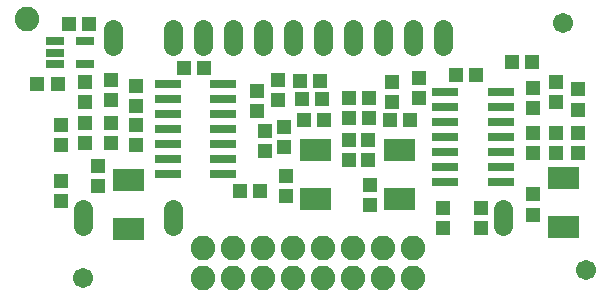
<source format=gbr>
G04 EAGLE Gerber X2 export*
%TF.Part,Single*%
%TF.FileFunction,Soldermask,Bot,1*%
%TF.FilePolarity,Negative*%
%TF.GenerationSoftware,Autodesk,EAGLE,9.0.1*%
%TF.CreationDate,2018-06-21T02:26:47Z*%
G75*
%MOMM*%
%FSLAX34Y34*%
%LPD*%
%AMOC8*
5,1,8,0,0,1.08239X$1,22.5*%
G01*
%ADD10R,1.303200X1.203200*%
%ADD11C,2.082800*%
%ADD12C,1.612800*%
%ADD13R,1.524000X0.762000*%
%ADD14R,2.184400X0.762000*%
%ADD15R,1.203200X1.303200*%
%ADD16R,0.635000X1.981200*%
%ADD17C,1.703200*%


D10*
X68825Y233363D03*
X51825Y233363D03*
D11*
X241300Y44450D03*
X241300Y19050D03*
X215900Y44450D03*
X215900Y19050D03*
X190500Y44450D03*
X190500Y19050D03*
X165100Y44450D03*
X165100Y19050D03*
D10*
X41838Y182563D03*
X24838Y182563D03*
D12*
X63500Y76898D02*
X63500Y62802D01*
X139700Y62802D02*
X139700Y76898D01*
X88900Y215202D02*
X88900Y229298D01*
X266700Y229298D02*
X266700Y215202D01*
X292100Y215202D02*
X292100Y229298D01*
X317500Y229298D02*
X317500Y215202D01*
X342900Y215202D02*
X342900Y229298D01*
X419100Y76898D02*
X419100Y62802D01*
X368300Y215202D02*
X368300Y229298D01*
X139700Y229298D02*
X139700Y215202D01*
X241300Y215202D02*
X241300Y229298D01*
X215900Y229298D02*
X215900Y215202D01*
X190500Y215202D02*
X190500Y229298D01*
X165100Y229298D02*
X165100Y215202D01*
D13*
X39434Y200050D03*
X39434Y209550D03*
X39434Y219050D03*
X65342Y219050D03*
X65342Y200050D03*
D14*
X135128Y106363D03*
X135128Y119063D03*
X135128Y131763D03*
X135128Y144463D03*
X135128Y157163D03*
X135128Y169863D03*
X135128Y182563D03*
X182372Y182563D03*
X182372Y169863D03*
X182372Y157163D03*
X182372Y144463D03*
X182372Y131763D03*
X182372Y119063D03*
X182372Y106363D03*
D10*
X148663Y196850D03*
X165663Y196850D03*
D15*
X234950Y105338D03*
X234950Y88338D03*
D16*
X270100Y85916D03*
X263600Y85916D03*
X257100Y85916D03*
X250600Y85916D03*
X250600Y126810D03*
X257100Y126810D03*
X263600Y126810D03*
X270100Y126810D03*
D15*
X233363Y129613D03*
X233363Y146613D03*
D10*
X250263Y152400D03*
X267263Y152400D03*
D15*
X217488Y126438D03*
X217488Y143438D03*
D10*
X196288Y92075D03*
X213288Y92075D03*
X248675Y169863D03*
X265675Y169863D03*
D15*
X211138Y176775D03*
X211138Y159775D03*
X228600Y169300D03*
X228600Y186300D03*
D10*
X264088Y185738D03*
X247088Y185738D03*
D15*
X76200Y113275D03*
X76200Y96275D03*
D16*
X111350Y60516D03*
X104850Y60516D03*
X98350Y60516D03*
X91850Y60516D03*
X91850Y101410D03*
X98350Y101410D03*
X104850Y101410D03*
X111350Y101410D03*
D15*
X44450Y100575D03*
X44450Y83575D03*
X44450Y131200D03*
X44450Y148200D03*
X87313Y149788D03*
X87313Y132788D03*
X107950Y148200D03*
X107950Y131200D03*
X65088Y149788D03*
X65088Y132788D03*
X107950Y181538D03*
X107950Y164538D03*
X87313Y169300D03*
X87313Y186300D03*
X65088Y184713D03*
X65088Y167713D03*
D14*
X370078Y100013D03*
X370078Y112713D03*
X370078Y125413D03*
X370078Y138113D03*
X370078Y150813D03*
X370078Y163513D03*
X370078Y176213D03*
X417322Y176213D03*
X417322Y163513D03*
X417322Y150813D03*
X417322Y138113D03*
X417322Y125413D03*
X417322Y112713D03*
X417322Y100013D03*
D10*
X378850Y190500D03*
X395850Y190500D03*
D15*
X444500Y89463D03*
X444500Y72463D03*
D16*
X479650Y62103D03*
X473150Y62103D03*
X466650Y62103D03*
X460150Y62103D03*
X460150Y102997D03*
X466650Y102997D03*
X473150Y102997D03*
X479650Y102997D03*
D15*
X482600Y178363D03*
X482600Y161363D03*
X482600Y141850D03*
X482600Y124850D03*
X444500Y141850D03*
X444500Y124850D03*
X400050Y78350D03*
X400050Y61350D03*
X463550Y141850D03*
X463550Y124850D03*
X444500Y179950D03*
X444500Y162950D03*
D10*
X443475Y201613D03*
X426475Y201613D03*
D15*
X463550Y167713D03*
X463550Y184713D03*
X306388Y97400D03*
X306388Y80400D03*
D16*
X341538Y85916D03*
X335038Y85916D03*
X328538Y85916D03*
X322038Y85916D03*
X322038Y126810D03*
X328538Y126810D03*
X335038Y126810D03*
X341538Y126810D03*
D15*
X288925Y118500D03*
X288925Y135500D03*
X304800Y118500D03*
X304800Y135500D03*
D10*
X340288Y152400D03*
X323288Y152400D03*
D15*
X368300Y78350D03*
X368300Y61350D03*
D10*
X288363Y153988D03*
X305363Y153988D03*
D15*
X347663Y170888D03*
X347663Y187888D03*
X325438Y184713D03*
X325438Y167713D03*
D10*
X305363Y171450D03*
X288363Y171450D03*
D11*
X342900Y44450D03*
X342900Y19050D03*
X317500Y44450D03*
X317500Y19050D03*
X292100Y44450D03*
X292100Y19050D03*
X266700Y44450D03*
X266700Y19050D03*
X15875Y238125D03*
D17*
X63500Y19050D03*
X488950Y25400D03*
X469900Y234950D03*
M02*

</source>
